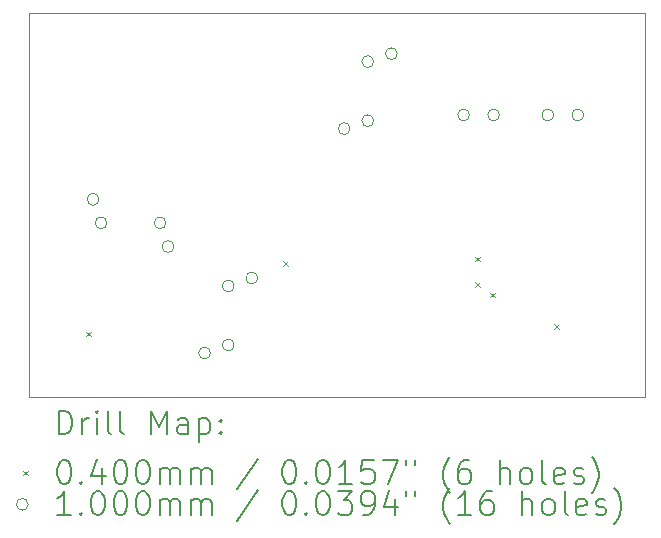
<source format=gbr>
%FSLAX45Y45*%
G04 Gerber Fmt 4.5, Leading zero omitted, Abs format (unit mm)*
G04 Created by KiCad (PCBNEW (6.0.1)) date 2022-02-22 15:37:10*
%MOMM*%
%LPD*%
G01*
G04 APERTURE LIST*
%TA.AperFunction,Profile*%
%ADD10C,0.100000*%
%TD*%
%ADD11C,0.200000*%
%ADD12C,0.040000*%
%ADD13C,0.100000*%
G04 APERTURE END LIST*
D10*
X4851400Y-4279900D02*
X10071100Y-4279900D01*
X10071100Y-4279900D02*
X10071100Y-7531100D01*
X10071100Y-7531100D02*
X4851400Y-7531100D01*
X4851400Y-7531100D02*
X4851400Y-4279900D01*
D11*
D12*
X5339400Y-6977700D02*
X5379400Y-7017700D01*
X5379400Y-6977700D02*
X5339400Y-7017700D01*
X7003100Y-6378532D02*
X7043100Y-6418532D01*
X7043100Y-6378532D02*
X7003100Y-6418532D01*
X8628700Y-6342700D02*
X8668700Y-6382700D01*
X8668700Y-6342700D02*
X8628700Y-6382700D01*
X8628700Y-6558600D02*
X8668700Y-6598600D01*
X8668700Y-6558600D02*
X8628700Y-6598600D01*
X8755700Y-6647500D02*
X8795700Y-6687500D01*
X8795700Y-6647500D02*
X8755700Y-6687500D01*
X9301800Y-6914200D02*
X9341800Y-6954200D01*
X9341800Y-6914200D02*
X9301800Y-6954200D01*
D13*
X5446053Y-5857900D02*
G75*
G03*
X5446053Y-5857900I-50000J0D01*
G01*
X5513268Y-6057900D02*
G75*
G03*
X5513268Y-6057900I-50000J0D01*
G01*
X6013268Y-6057900D02*
G75*
G03*
X6013268Y-6057900I-50000J0D01*
G01*
X6080482Y-6257900D02*
G75*
G03*
X6080482Y-6257900I-50000J0D01*
G01*
X6390500Y-7158514D02*
G75*
G03*
X6390500Y-7158514I-50000J0D01*
G01*
X6590500Y-6591300D02*
G75*
G03*
X6590500Y-6591300I-50000J0D01*
G01*
X6590500Y-7091300D02*
G75*
G03*
X6590500Y-7091300I-50000J0D01*
G01*
X6790500Y-6524086D02*
G75*
G03*
X6790500Y-6524086I-50000J0D01*
G01*
X7571600Y-5259247D02*
G75*
G03*
X7571600Y-5259247I-50000J0D01*
G01*
X7771600Y-4692032D02*
G75*
G03*
X7771600Y-4692032I-50000J0D01*
G01*
X7771600Y-5192032D02*
G75*
G03*
X7771600Y-5192032I-50000J0D01*
G01*
X7971600Y-4624818D02*
G75*
G03*
X7971600Y-4624818I-50000J0D01*
G01*
X8583900Y-5143500D02*
G75*
G03*
X8583900Y-5143500I-50000J0D01*
G01*
X8837900Y-5143500D02*
G75*
G03*
X8837900Y-5143500I-50000J0D01*
G01*
X9296100Y-5143500D02*
G75*
G03*
X9296100Y-5143500I-50000J0D01*
G01*
X9550100Y-5143500D02*
G75*
G03*
X9550100Y-5143500I-50000J0D01*
G01*
D11*
X5104019Y-7846576D02*
X5104019Y-7646576D01*
X5151638Y-7646576D01*
X5180210Y-7656100D01*
X5199257Y-7675148D01*
X5208781Y-7694195D01*
X5218305Y-7732290D01*
X5218305Y-7760862D01*
X5208781Y-7798957D01*
X5199257Y-7818005D01*
X5180210Y-7837052D01*
X5151638Y-7846576D01*
X5104019Y-7846576D01*
X5304019Y-7846576D02*
X5304019Y-7713243D01*
X5304019Y-7751338D02*
X5313543Y-7732290D01*
X5323067Y-7722767D01*
X5342114Y-7713243D01*
X5361162Y-7713243D01*
X5427829Y-7846576D02*
X5427829Y-7713243D01*
X5427829Y-7646576D02*
X5418305Y-7656100D01*
X5427829Y-7665624D01*
X5437352Y-7656100D01*
X5427829Y-7646576D01*
X5427829Y-7665624D01*
X5551638Y-7846576D02*
X5532590Y-7837052D01*
X5523067Y-7818005D01*
X5523067Y-7646576D01*
X5656400Y-7846576D02*
X5637352Y-7837052D01*
X5627828Y-7818005D01*
X5627828Y-7646576D01*
X5884971Y-7846576D02*
X5884971Y-7646576D01*
X5951638Y-7789433D01*
X6018305Y-7646576D01*
X6018305Y-7846576D01*
X6199257Y-7846576D02*
X6199257Y-7741814D01*
X6189733Y-7722767D01*
X6170686Y-7713243D01*
X6132590Y-7713243D01*
X6113543Y-7722767D01*
X6199257Y-7837052D02*
X6180209Y-7846576D01*
X6132590Y-7846576D01*
X6113543Y-7837052D01*
X6104019Y-7818005D01*
X6104019Y-7798957D01*
X6113543Y-7779909D01*
X6132590Y-7770386D01*
X6180209Y-7770386D01*
X6199257Y-7760862D01*
X6294495Y-7713243D02*
X6294495Y-7913243D01*
X6294495Y-7722767D02*
X6313543Y-7713243D01*
X6351638Y-7713243D01*
X6370686Y-7722767D01*
X6380209Y-7732290D01*
X6389733Y-7751338D01*
X6389733Y-7808481D01*
X6380209Y-7827528D01*
X6370686Y-7837052D01*
X6351638Y-7846576D01*
X6313543Y-7846576D01*
X6294495Y-7837052D01*
X6475448Y-7827528D02*
X6484971Y-7837052D01*
X6475448Y-7846576D01*
X6465924Y-7837052D01*
X6475448Y-7827528D01*
X6475448Y-7846576D01*
X6475448Y-7722767D02*
X6484971Y-7732290D01*
X6475448Y-7741814D01*
X6465924Y-7732290D01*
X6475448Y-7722767D01*
X6475448Y-7741814D01*
D12*
X4806400Y-8156100D02*
X4846400Y-8196100D01*
X4846400Y-8156100D02*
X4806400Y-8196100D01*
D11*
X5142114Y-8066576D02*
X5161162Y-8066576D01*
X5180210Y-8076100D01*
X5189733Y-8085624D01*
X5199257Y-8104671D01*
X5208781Y-8142767D01*
X5208781Y-8190386D01*
X5199257Y-8228481D01*
X5189733Y-8247528D01*
X5180210Y-8257052D01*
X5161162Y-8266576D01*
X5142114Y-8266576D01*
X5123067Y-8257052D01*
X5113543Y-8247528D01*
X5104019Y-8228481D01*
X5094495Y-8190386D01*
X5094495Y-8142767D01*
X5104019Y-8104671D01*
X5113543Y-8085624D01*
X5123067Y-8076100D01*
X5142114Y-8066576D01*
X5294495Y-8247528D02*
X5304019Y-8257052D01*
X5294495Y-8266576D01*
X5284971Y-8257052D01*
X5294495Y-8247528D01*
X5294495Y-8266576D01*
X5475448Y-8133243D02*
X5475448Y-8266576D01*
X5427829Y-8057052D02*
X5380210Y-8199909D01*
X5504019Y-8199909D01*
X5618305Y-8066576D02*
X5637352Y-8066576D01*
X5656400Y-8076100D01*
X5665924Y-8085624D01*
X5675448Y-8104671D01*
X5684971Y-8142767D01*
X5684971Y-8190386D01*
X5675448Y-8228481D01*
X5665924Y-8247528D01*
X5656400Y-8257052D01*
X5637352Y-8266576D01*
X5618305Y-8266576D01*
X5599257Y-8257052D01*
X5589733Y-8247528D01*
X5580210Y-8228481D01*
X5570686Y-8190386D01*
X5570686Y-8142767D01*
X5580210Y-8104671D01*
X5589733Y-8085624D01*
X5599257Y-8076100D01*
X5618305Y-8066576D01*
X5808781Y-8066576D02*
X5827828Y-8066576D01*
X5846876Y-8076100D01*
X5856400Y-8085624D01*
X5865924Y-8104671D01*
X5875448Y-8142767D01*
X5875448Y-8190386D01*
X5865924Y-8228481D01*
X5856400Y-8247528D01*
X5846876Y-8257052D01*
X5827828Y-8266576D01*
X5808781Y-8266576D01*
X5789733Y-8257052D01*
X5780209Y-8247528D01*
X5770686Y-8228481D01*
X5761162Y-8190386D01*
X5761162Y-8142767D01*
X5770686Y-8104671D01*
X5780209Y-8085624D01*
X5789733Y-8076100D01*
X5808781Y-8066576D01*
X5961162Y-8266576D02*
X5961162Y-8133243D01*
X5961162Y-8152290D02*
X5970686Y-8142767D01*
X5989733Y-8133243D01*
X6018305Y-8133243D01*
X6037352Y-8142767D01*
X6046876Y-8161814D01*
X6046876Y-8266576D01*
X6046876Y-8161814D02*
X6056400Y-8142767D01*
X6075448Y-8133243D01*
X6104019Y-8133243D01*
X6123067Y-8142767D01*
X6132590Y-8161814D01*
X6132590Y-8266576D01*
X6227828Y-8266576D02*
X6227828Y-8133243D01*
X6227828Y-8152290D02*
X6237352Y-8142767D01*
X6256400Y-8133243D01*
X6284971Y-8133243D01*
X6304019Y-8142767D01*
X6313543Y-8161814D01*
X6313543Y-8266576D01*
X6313543Y-8161814D02*
X6323067Y-8142767D01*
X6342114Y-8133243D01*
X6370686Y-8133243D01*
X6389733Y-8142767D01*
X6399257Y-8161814D01*
X6399257Y-8266576D01*
X6789733Y-8057052D02*
X6618305Y-8314195D01*
X7046876Y-8066576D02*
X7065924Y-8066576D01*
X7084971Y-8076100D01*
X7094495Y-8085624D01*
X7104019Y-8104671D01*
X7113543Y-8142767D01*
X7113543Y-8190386D01*
X7104019Y-8228481D01*
X7094495Y-8247528D01*
X7084971Y-8257052D01*
X7065924Y-8266576D01*
X7046876Y-8266576D01*
X7027828Y-8257052D01*
X7018305Y-8247528D01*
X7008781Y-8228481D01*
X6999257Y-8190386D01*
X6999257Y-8142767D01*
X7008781Y-8104671D01*
X7018305Y-8085624D01*
X7027828Y-8076100D01*
X7046876Y-8066576D01*
X7199257Y-8247528D02*
X7208781Y-8257052D01*
X7199257Y-8266576D01*
X7189733Y-8257052D01*
X7199257Y-8247528D01*
X7199257Y-8266576D01*
X7332590Y-8066576D02*
X7351638Y-8066576D01*
X7370686Y-8076100D01*
X7380209Y-8085624D01*
X7389733Y-8104671D01*
X7399257Y-8142767D01*
X7399257Y-8190386D01*
X7389733Y-8228481D01*
X7380209Y-8247528D01*
X7370686Y-8257052D01*
X7351638Y-8266576D01*
X7332590Y-8266576D01*
X7313543Y-8257052D01*
X7304019Y-8247528D01*
X7294495Y-8228481D01*
X7284971Y-8190386D01*
X7284971Y-8142767D01*
X7294495Y-8104671D01*
X7304019Y-8085624D01*
X7313543Y-8076100D01*
X7332590Y-8066576D01*
X7589733Y-8266576D02*
X7475448Y-8266576D01*
X7532590Y-8266576D02*
X7532590Y-8066576D01*
X7513543Y-8095148D01*
X7494495Y-8114195D01*
X7475448Y-8123719D01*
X7770686Y-8066576D02*
X7675448Y-8066576D01*
X7665924Y-8161814D01*
X7675448Y-8152290D01*
X7694495Y-8142767D01*
X7742114Y-8142767D01*
X7761162Y-8152290D01*
X7770686Y-8161814D01*
X7780209Y-8180862D01*
X7780209Y-8228481D01*
X7770686Y-8247528D01*
X7761162Y-8257052D01*
X7742114Y-8266576D01*
X7694495Y-8266576D01*
X7675448Y-8257052D01*
X7665924Y-8247528D01*
X7846876Y-8066576D02*
X7980209Y-8066576D01*
X7894495Y-8266576D01*
X8046876Y-8066576D02*
X8046876Y-8104671D01*
X8123067Y-8066576D02*
X8123067Y-8104671D01*
X8418305Y-8342767D02*
X8408781Y-8333243D01*
X8389733Y-8304671D01*
X8380209Y-8285624D01*
X8370686Y-8257052D01*
X8361162Y-8209433D01*
X8361162Y-8171338D01*
X8370686Y-8123719D01*
X8380209Y-8095148D01*
X8389733Y-8076100D01*
X8408781Y-8047528D01*
X8418305Y-8038005D01*
X8580210Y-8066576D02*
X8542114Y-8066576D01*
X8523067Y-8076100D01*
X8513543Y-8085624D01*
X8494495Y-8114195D01*
X8484971Y-8152290D01*
X8484971Y-8228481D01*
X8494495Y-8247528D01*
X8504019Y-8257052D01*
X8523067Y-8266576D01*
X8561162Y-8266576D01*
X8580210Y-8257052D01*
X8589733Y-8247528D01*
X8599257Y-8228481D01*
X8599257Y-8180862D01*
X8589733Y-8161814D01*
X8580210Y-8152290D01*
X8561162Y-8142767D01*
X8523067Y-8142767D01*
X8504019Y-8152290D01*
X8494495Y-8161814D01*
X8484971Y-8180862D01*
X8837352Y-8266576D02*
X8837352Y-8066576D01*
X8923067Y-8266576D02*
X8923067Y-8161814D01*
X8913543Y-8142767D01*
X8894495Y-8133243D01*
X8865924Y-8133243D01*
X8846876Y-8142767D01*
X8837352Y-8152290D01*
X9046876Y-8266576D02*
X9027829Y-8257052D01*
X9018305Y-8247528D01*
X9008781Y-8228481D01*
X9008781Y-8171338D01*
X9018305Y-8152290D01*
X9027829Y-8142767D01*
X9046876Y-8133243D01*
X9075448Y-8133243D01*
X9094495Y-8142767D01*
X9104019Y-8152290D01*
X9113543Y-8171338D01*
X9113543Y-8228481D01*
X9104019Y-8247528D01*
X9094495Y-8257052D01*
X9075448Y-8266576D01*
X9046876Y-8266576D01*
X9227829Y-8266576D02*
X9208781Y-8257052D01*
X9199257Y-8238005D01*
X9199257Y-8066576D01*
X9380210Y-8257052D02*
X9361162Y-8266576D01*
X9323067Y-8266576D01*
X9304019Y-8257052D01*
X9294495Y-8238005D01*
X9294495Y-8161814D01*
X9304019Y-8142767D01*
X9323067Y-8133243D01*
X9361162Y-8133243D01*
X9380210Y-8142767D01*
X9389733Y-8161814D01*
X9389733Y-8180862D01*
X9294495Y-8199909D01*
X9465924Y-8257052D02*
X9484971Y-8266576D01*
X9523067Y-8266576D01*
X9542114Y-8257052D01*
X9551638Y-8238005D01*
X9551638Y-8228481D01*
X9542114Y-8209433D01*
X9523067Y-8199909D01*
X9494495Y-8199909D01*
X9475448Y-8190386D01*
X9465924Y-8171338D01*
X9465924Y-8161814D01*
X9475448Y-8142767D01*
X9494495Y-8133243D01*
X9523067Y-8133243D01*
X9542114Y-8142767D01*
X9618305Y-8342767D02*
X9627829Y-8333243D01*
X9646876Y-8304671D01*
X9656400Y-8285624D01*
X9665924Y-8257052D01*
X9675448Y-8209433D01*
X9675448Y-8171338D01*
X9665924Y-8123719D01*
X9656400Y-8095148D01*
X9646876Y-8076100D01*
X9627829Y-8047528D01*
X9618305Y-8038005D01*
D13*
X4846400Y-8440100D02*
G75*
G03*
X4846400Y-8440100I-50000J0D01*
G01*
D11*
X5208781Y-8530576D02*
X5094495Y-8530576D01*
X5151638Y-8530576D02*
X5151638Y-8330576D01*
X5132590Y-8359148D01*
X5113543Y-8378195D01*
X5094495Y-8387719D01*
X5294495Y-8511529D02*
X5304019Y-8521052D01*
X5294495Y-8530576D01*
X5284971Y-8521052D01*
X5294495Y-8511529D01*
X5294495Y-8530576D01*
X5427829Y-8330576D02*
X5446876Y-8330576D01*
X5465924Y-8340100D01*
X5475448Y-8349624D01*
X5484971Y-8368671D01*
X5494495Y-8406767D01*
X5494495Y-8454386D01*
X5484971Y-8492481D01*
X5475448Y-8511529D01*
X5465924Y-8521052D01*
X5446876Y-8530576D01*
X5427829Y-8530576D01*
X5408781Y-8521052D01*
X5399257Y-8511529D01*
X5389733Y-8492481D01*
X5380210Y-8454386D01*
X5380210Y-8406767D01*
X5389733Y-8368671D01*
X5399257Y-8349624D01*
X5408781Y-8340100D01*
X5427829Y-8330576D01*
X5618305Y-8330576D02*
X5637352Y-8330576D01*
X5656400Y-8340100D01*
X5665924Y-8349624D01*
X5675448Y-8368671D01*
X5684971Y-8406767D01*
X5684971Y-8454386D01*
X5675448Y-8492481D01*
X5665924Y-8511529D01*
X5656400Y-8521052D01*
X5637352Y-8530576D01*
X5618305Y-8530576D01*
X5599257Y-8521052D01*
X5589733Y-8511529D01*
X5580210Y-8492481D01*
X5570686Y-8454386D01*
X5570686Y-8406767D01*
X5580210Y-8368671D01*
X5589733Y-8349624D01*
X5599257Y-8340100D01*
X5618305Y-8330576D01*
X5808781Y-8330576D02*
X5827828Y-8330576D01*
X5846876Y-8340100D01*
X5856400Y-8349624D01*
X5865924Y-8368671D01*
X5875448Y-8406767D01*
X5875448Y-8454386D01*
X5865924Y-8492481D01*
X5856400Y-8511529D01*
X5846876Y-8521052D01*
X5827828Y-8530576D01*
X5808781Y-8530576D01*
X5789733Y-8521052D01*
X5780209Y-8511529D01*
X5770686Y-8492481D01*
X5761162Y-8454386D01*
X5761162Y-8406767D01*
X5770686Y-8368671D01*
X5780209Y-8349624D01*
X5789733Y-8340100D01*
X5808781Y-8330576D01*
X5961162Y-8530576D02*
X5961162Y-8397243D01*
X5961162Y-8416290D02*
X5970686Y-8406767D01*
X5989733Y-8397243D01*
X6018305Y-8397243D01*
X6037352Y-8406767D01*
X6046876Y-8425814D01*
X6046876Y-8530576D01*
X6046876Y-8425814D02*
X6056400Y-8406767D01*
X6075448Y-8397243D01*
X6104019Y-8397243D01*
X6123067Y-8406767D01*
X6132590Y-8425814D01*
X6132590Y-8530576D01*
X6227828Y-8530576D02*
X6227828Y-8397243D01*
X6227828Y-8416290D02*
X6237352Y-8406767D01*
X6256400Y-8397243D01*
X6284971Y-8397243D01*
X6304019Y-8406767D01*
X6313543Y-8425814D01*
X6313543Y-8530576D01*
X6313543Y-8425814D02*
X6323067Y-8406767D01*
X6342114Y-8397243D01*
X6370686Y-8397243D01*
X6389733Y-8406767D01*
X6399257Y-8425814D01*
X6399257Y-8530576D01*
X6789733Y-8321052D02*
X6618305Y-8578195D01*
X7046876Y-8330576D02*
X7065924Y-8330576D01*
X7084971Y-8340100D01*
X7094495Y-8349624D01*
X7104019Y-8368671D01*
X7113543Y-8406767D01*
X7113543Y-8454386D01*
X7104019Y-8492481D01*
X7094495Y-8511529D01*
X7084971Y-8521052D01*
X7065924Y-8530576D01*
X7046876Y-8530576D01*
X7027828Y-8521052D01*
X7018305Y-8511529D01*
X7008781Y-8492481D01*
X6999257Y-8454386D01*
X6999257Y-8406767D01*
X7008781Y-8368671D01*
X7018305Y-8349624D01*
X7027828Y-8340100D01*
X7046876Y-8330576D01*
X7199257Y-8511529D02*
X7208781Y-8521052D01*
X7199257Y-8530576D01*
X7189733Y-8521052D01*
X7199257Y-8511529D01*
X7199257Y-8530576D01*
X7332590Y-8330576D02*
X7351638Y-8330576D01*
X7370686Y-8340100D01*
X7380209Y-8349624D01*
X7389733Y-8368671D01*
X7399257Y-8406767D01*
X7399257Y-8454386D01*
X7389733Y-8492481D01*
X7380209Y-8511529D01*
X7370686Y-8521052D01*
X7351638Y-8530576D01*
X7332590Y-8530576D01*
X7313543Y-8521052D01*
X7304019Y-8511529D01*
X7294495Y-8492481D01*
X7284971Y-8454386D01*
X7284971Y-8406767D01*
X7294495Y-8368671D01*
X7304019Y-8349624D01*
X7313543Y-8340100D01*
X7332590Y-8330576D01*
X7465924Y-8330576D02*
X7589733Y-8330576D01*
X7523067Y-8406767D01*
X7551638Y-8406767D01*
X7570686Y-8416290D01*
X7580209Y-8425814D01*
X7589733Y-8444862D01*
X7589733Y-8492481D01*
X7580209Y-8511529D01*
X7570686Y-8521052D01*
X7551638Y-8530576D01*
X7494495Y-8530576D01*
X7475448Y-8521052D01*
X7465924Y-8511529D01*
X7684971Y-8530576D02*
X7723067Y-8530576D01*
X7742114Y-8521052D01*
X7751638Y-8511529D01*
X7770686Y-8482957D01*
X7780209Y-8444862D01*
X7780209Y-8368671D01*
X7770686Y-8349624D01*
X7761162Y-8340100D01*
X7742114Y-8330576D01*
X7704019Y-8330576D01*
X7684971Y-8340100D01*
X7675448Y-8349624D01*
X7665924Y-8368671D01*
X7665924Y-8416290D01*
X7675448Y-8435338D01*
X7684971Y-8444862D01*
X7704019Y-8454386D01*
X7742114Y-8454386D01*
X7761162Y-8444862D01*
X7770686Y-8435338D01*
X7780209Y-8416290D01*
X7951638Y-8397243D02*
X7951638Y-8530576D01*
X7904019Y-8321052D02*
X7856400Y-8463910D01*
X7980209Y-8463910D01*
X8046876Y-8330576D02*
X8046876Y-8368671D01*
X8123067Y-8330576D02*
X8123067Y-8368671D01*
X8418305Y-8606767D02*
X8408781Y-8597243D01*
X8389733Y-8568671D01*
X8380209Y-8549624D01*
X8370686Y-8521052D01*
X8361162Y-8473433D01*
X8361162Y-8435338D01*
X8370686Y-8387719D01*
X8380209Y-8359148D01*
X8389733Y-8340100D01*
X8408781Y-8311528D01*
X8418305Y-8302005D01*
X8599257Y-8530576D02*
X8484971Y-8530576D01*
X8542114Y-8530576D02*
X8542114Y-8330576D01*
X8523067Y-8359148D01*
X8504019Y-8378195D01*
X8484971Y-8387719D01*
X8770686Y-8330576D02*
X8732590Y-8330576D01*
X8713543Y-8340100D01*
X8704019Y-8349624D01*
X8684971Y-8378195D01*
X8675448Y-8416290D01*
X8675448Y-8492481D01*
X8684971Y-8511529D01*
X8694495Y-8521052D01*
X8713543Y-8530576D01*
X8751638Y-8530576D01*
X8770686Y-8521052D01*
X8780210Y-8511529D01*
X8789733Y-8492481D01*
X8789733Y-8444862D01*
X8780210Y-8425814D01*
X8770686Y-8416290D01*
X8751638Y-8406767D01*
X8713543Y-8406767D01*
X8694495Y-8416290D01*
X8684971Y-8425814D01*
X8675448Y-8444862D01*
X9027829Y-8530576D02*
X9027829Y-8330576D01*
X9113543Y-8530576D02*
X9113543Y-8425814D01*
X9104019Y-8406767D01*
X9084971Y-8397243D01*
X9056400Y-8397243D01*
X9037352Y-8406767D01*
X9027829Y-8416290D01*
X9237352Y-8530576D02*
X9218305Y-8521052D01*
X9208781Y-8511529D01*
X9199257Y-8492481D01*
X9199257Y-8435338D01*
X9208781Y-8416290D01*
X9218305Y-8406767D01*
X9237352Y-8397243D01*
X9265924Y-8397243D01*
X9284971Y-8406767D01*
X9294495Y-8416290D01*
X9304019Y-8435338D01*
X9304019Y-8492481D01*
X9294495Y-8511529D01*
X9284971Y-8521052D01*
X9265924Y-8530576D01*
X9237352Y-8530576D01*
X9418305Y-8530576D02*
X9399257Y-8521052D01*
X9389733Y-8502005D01*
X9389733Y-8330576D01*
X9570686Y-8521052D02*
X9551638Y-8530576D01*
X9513543Y-8530576D01*
X9494495Y-8521052D01*
X9484971Y-8502005D01*
X9484971Y-8425814D01*
X9494495Y-8406767D01*
X9513543Y-8397243D01*
X9551638Y-8397243D01*
X9570686Y-8406767D01*
X9580210Y-8425814D01*
X9580210Y-8444862D01*
X9484971Y-8463910D01*
X9656400Y-8521052D02*
X9675448Y-8530576D01*
X9713543Y-8530576D01*
X9732590Y-8521052D01*
X9742114Y-8502005D01*
X9742114Y-8492481D01*
X9732590Y-8473433D01*
X9713543Y-8463910D01*
X9684971Y-8463910D01*
X9665924Y-8454386D01*
X9656400Y-8435338D01*
X9656400Y-8425814D01*
X9665924Y-8406767D01*
X9684971Y-8397243D01*
X9713543Y-8397243D01*
X9732590Y-8406767D01*
X9808781Y-8606767D02*
X9818305Y-8597243D01*
X9837352Y-8568671D01*
X9846876Y-8549624D01*
X9856400Y-8521052D01*
X9865924Y-8473433D01*
X9865924Y-8435338D01*
X9856400Y-8387719D01*
X9846876Y-8359148D01*
X9837352Y-8340100D01*
X9818305Y-8311528D01*
X9808781Y-8302005D01*
M02*

</source>
